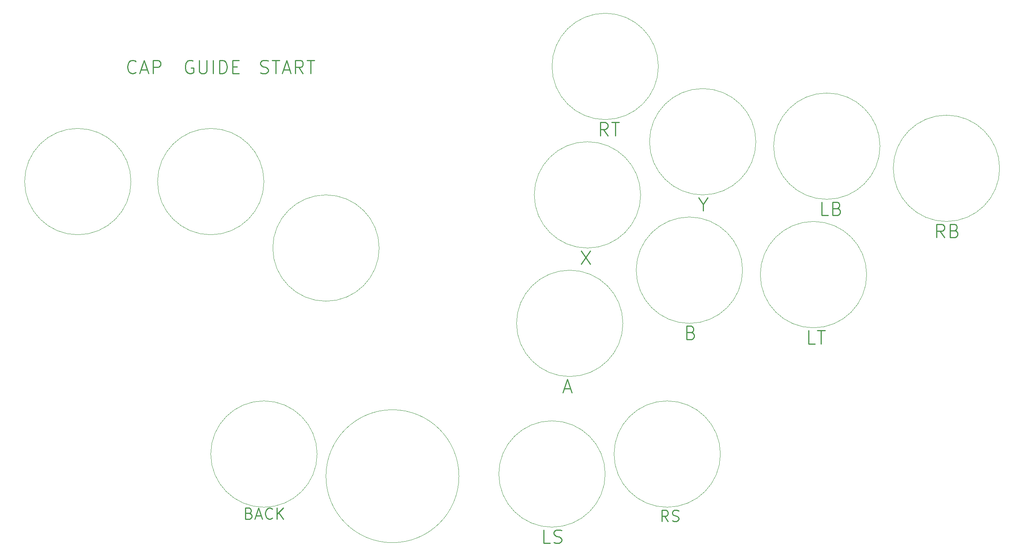
<source format=gbr>
%TF.GenerationSoftware,KiCad,Pcbnew,8.0.4*%
%TF.CreationDate,2024-08-25T10:48:18+09:00*%
%TF.ProjectId,StickLess,53746963-6b4c-4657-9373-2e6b69636164,rev?*%
%TF.SameCoordinates,Original*%
%TF.FileFunction,Legend,Top*%
%TF.FilePolarity,Positive*%
%FSLAX46Y46*%
G04 Gerber Fmt 4.6, Leading zero omitted, Abs format (unit mm)*
G04 Created by KiCad (PCBNEW 8.0.4) date 2024-08-25 10:48:18*
%MOMM*%
%LPD*%
G01*
G04 APERTURE LIST*
%ADD10C,0.250000*%
%ADD11C,0.100000*%
G04 APERTURE END LIST*
D10*
X213807330Y-61119857D02*
X212378758Y-61119857D01*
X212378758Y-61119857D02*
X212378758Y-58119857D01*
X215807329Y-59548428D02*
X216235901Y-59691285D01*
X216235901Y-59691285D02*
X216378758Y-59834142D01*
X216378758Y-59834142D02*
X216521615Y-60119857D01*
X216521615Y-60119857D02*
X216521615Y-60548428D01*
X216521615Y-60548428D02*
X216378758Y-60834142D01*
X216378758Y-60834142D02*
X216235901Y-60977000D01*
X216235901Y-60977000D02*
X215950186Y-61119857D01*
X215950186Y-61119857D02*
X214807329Y-61119857D01*
X214807329Y-61119857D02*
X214807329Y-58119857D01*
X214807329Y-58119857D02*
X215807329Y-58119857D01*
X215807329Y-58119857D02*
X216093044Y-58262714D01*
X216093044Y-58262714D02*
X216235901Y-58405571D01*
X216235901Y-58405571D02*
X216378758Y-58691285D01*
X216378758Y-58691285D02*
X216378758Y-58977000D01*
X216378758Y-58977000D02*
X216235901Y-59262714D01*
X216235901Y-59262714D02*
X216093044Y-59405571D01*
X216093044Y-59405571D02*
X215807329Y-59548428D01*
X215807329Y-59548428D02*
X214807329Y-59548428D01*
X182878758Y-87548428D02*
X183307330Y-87691285D01*
X183307330Y-87691285D02*
X183450187Y-87834142D01*
X183450187Y-87834142D02*
X183593044Y-88119857D01*
X183593044Y-88119857D02*
X183593044Y-88548428D01*
X183593044Y-88548428D02*
X183450187Y-88834142D01*
X183450187Y-88834142D02*
X183307330Y-88977000D01*
X183307330Y-88977000D02*
X183021615Y-89119857D01*
X183021615Y-89119857D02*
X181878758Y-89119857D01*
X181878758Y-89119857D02*
X181878758Y-86119857D01*
X181878758Y-86119857D02*
X182878758Y-86119857D01*
X182878758Y-86119857D02*
X183164473Y-86262714D01*
X183164473Y-86262714D02*
X183307330Y-86405571D01*
X183307330Y-86405571D02*
X183450187Y-86691285D01*
X183450187Y-86691285D02*
X183450187Y-86977000D01*
X183450187Y-86977000D02*
X183307330Y-87262714D01*
X183307330Y-87262714D02*
X183164473Y-87405571D01*
X183164473Y-87405571D02*
X182878758Y-87548428D01*
X182878758Y-87548428D02*
X181878758Y-87548428D01*
X158093044Y-69119857D02*
X160093044Y-72119857D01*
X160093044Y-69119857D02*
X158093044Y-72119857D01*
X151089473Y-135119857D02*
X149660901Y-135119857D01*
X149660901Y-135119857D02*
X149660901Y-132119857D01*
X151946615Y-134977000D02*
X152375187Y-135119857D01*
X152375187Y-135119857D02*
X153089472Y-135119857D01*
X153089472Y-135119857D02*
X153375187Y-134977000D01*
X153375187Y-134977000D02*
X153518044Y-134834142D01*
X153518044Y-134834142D02*
X153660901Y-134548428D01*
X153660901Y-134548428D02*
X153660901Y-134262714D01*
X153660901Y-134262714D02*
X153518044Y-133977000D01*
X153518044Y-133977000D02*
X153375187Y-133834142D01*
X153375187Y-133834142D02*
X153089472Y-133691285D01*
X153089472Y-133691285D02*
X152518044Y-133548428D01*
X152518044Y-133548428D02*
X152232329Y-133405571D01*
X152232329Y-133405571D02*
X152089472Y-133262714D01*
X152089472Y-133262714D02*
X151946615Y-132977000D01*
X151946615Y-132977000D02*
X151946615Y-132691285D01*
X151946615Y-132691285D02*
X152089472Y-132405571D01*
X152089472Y-132405571D02*
X152232329Y-132262714D01*
X152232329Y-132262714D02*
X152518044Y-132119857D01*
X152518044Y-132119857D02*
X153232329Y-132119857D01*
X153232329Y-132119857D02*
X153660901Y-132262714D01*
X85735901Y-28977000D02*
X86164473Y-29119857D01*
X86164473Y-29119857D02*
X86878758Y-29119857D01*
X86878758Y-29119857D02*
X87164473Y-28977000D01*
X87164473Y-28977000D02*
X87307330Y-28834142D01*
X87307330Y-28834142D02*
X87450187Y-28548428D01*
X87450187Y-28548428D02*
X87450187Y-28262714D01*
X87450187Y-28262714D02*
X87307330Y-27977000D01*
X87307330Y-27977000D02*
X87164473Y-27834142D01*
X87164473Y-27834142D02*
X86878758Y-27691285D01*
X86878758Y-27691285D02*
X86307330Y-27548428D01*
X86307330Y-27548428D02*
X86021615Y-27405571D01*
X86021615Y-27405571D02*
X85878758Y-27262714D01*
X85878758Y-27262714D02*
X85735901Y-26977000D01*
X85735901Y-26977000D02*
X85735901Y-26691285D01*
X85735901Y-26691285D02*
X85878758Y-26405571D01*
X85878758Y-26405571D02*
X86021615Y-26262714D01*
X86021615Y-26262714D02*
X86307330Y-26119857D01*
X86307330Y-26119857D02*
X87021615Y-26119857D01*
X87021615Y-26119857D02*
X87450187Y-26262714D01*
X88307330Y-26119857D02*
X90021616Y-26119857D01*
X89164473Y-29119857D02*
X89164473Y-26119857D01*
X90878758Y-28262714D02*
X92307330Y-28262714D01*
X90593044Y-29119857D02*
X91593044Y-26119857D01*
X91593044Y-26119857D02*
X92593044Y-29119857D01*
X95307330Y-29119857D02*
X94307330Y-27691285D01*
X93593044Y-29119857D02*
X93593044Y-26119857D01*
X93593044Y-26119857D02*
X94735901Y-26119857D01*
X94735901Y-26119857D02*
X95021616Y-26262714D01*
X95021616Y-26262714D02*
X95164473Y-26405571D01*
X95164473Y-26405571D02*
X95307330Y-26691285D01*
X95307330Y-26691285D02*
X95307330Y-27119857D01*
X95307330Y-27119857D02*
X95164473Y-27405571D01*
X95164473Y-27405571D02*
X95021616Y-27548428D01*
X95021616Y-27548428D02*
X94735901Y-27691285D01*
X94735901Y-27691285D02*
X93593044Y-27691285D01*
X96164473Y-26119857D02*
X97878759Y-26119857D01*
X97021616Y-29119857D02*
X97021616Y-26119857D01*
X57593044Y-28834142D02*
X57450187Y-28977000D01*
X57450187Y-28977000D02*
X57021615Y-29119857D01*
X57021615Y-29119857D02*
X56735901Y-29119857D01*
X56735901Y-29119857D02*
X56307330Y-28977000D01*
X56307330Y-28977000D02*
X56021615Y-28691285D01*
X56021615Y-28691285D02*
X55878758Y-28405571D01*
X55878758Y-28405571D02*
X55735901Y-27834142D01*
X55735901Y-27834142D02*
X55735901Y-27405571D01*
X55735901Y-27405571D02*
X55878758Y-26834142D01*
X55878758Y-26834142D02*
X56021615Y-26548428D01*
X56021615Y-26548428D02*
X56307330Y-26262714D01*
X56307330Y-26262714D02*
X56735901Y-26119857D01*
X56735901Y-26119857D02*
X57021615Y-26119857D01*
X57021615Y-26119857D02*
X57450187Y-26262714D01*
X57450187Y-26262714D02*
X57593044Y-26405571D01*
X58735901Y-28262714D02*
X60164473Y-28262714D01*
X58450187Y-29119857D02*
X59450187Y-26119857D01*
X59450187Y-26119857D02*
X60450187Y-29119857D01*
X61450187Y-29119857D02*
X61450187Y-26119857D01*
X61450187Y-26119857D02*
X62593044Y-26119857D01*
X62593044Y-26119857D02*
X62878759Y-26262714D01*
X62878759Y-26262714D02*
X63021616Y-26405571D01*
X63021616Y-26405571D02*
X63164473Y-26691285D01*
X63164473Y-26691285D02*
X63164473Y-27119857D01*
X63164473Y-27119857D02*
X63021616Y-27405571D01*
X63021616Y-27405571D02*
X62878759Y-27548428D01*
X62878759Y-27548428D02*
X62593044Y-27691285D01*
X62593044Y-27691285D02*
X61450187Y-27691285D01*
X185589473Y-58691285D02*
X185589473Y-60119857D01*
X184589473Y-57119857D02*
X185589473Y-58691285D01*
X185589473Y-58691285D02*
X186589473Y-57119857D01*
X177688282Y-130181047D02*
X176854949Y-128990571D01*
X176259711Y-130181047D02*
X176259711Y-127681047D01*
X176259711Y-127681047D02*
X177212092Y-127681047D01*
X177212092Y-127681047D02*
X177450187Y-127800095D01*
X177450187Y-127800095D02*
X177569234Y-127919142D01*
X177569234Y-127919142D02*
X177688282Y-128157238D01*
X177688282Y-128157238D02*
X177688282Y-128514380D01*
X177688282Y-128514380D02*
X177569234Y-128752476D01*
X177569234Y-128752476D02*
X177450187Y-128871523D01*
X177450187Y-128871523D02*
X177212092Y-128990571D01*
X177212092Y-128990571D02*
X176259711Y-128990571D01*
X178640663Y-130062000D02*
X178997806Y-130181047D01*
X178997806Y-130181047D02*
X179593044Y-130181047D01*
X179593044Y-130181047D02*
X179831139Y-130062000D01*
X179831139Y-130062000D02*
X179950187Y-129942952D01*
X179950187Y-129942952D02*
X180069234Y-129704857D01*
X180069234Y-129704857D02*
X180069234Y-129466761D01*
X180069234Y-129466761D02*
X179950187Y-129228666D01*
X179950187Y-129228666D02*
X179831139Y-129109619D01*
X179831139Y-129109619D02*
X179593044Y-128990571D01*
X179593044Y-128990571D02*
X179116853Y-128871523D01*
X179116853Y-128871523D02*
X178878758Y-128752476D01*
X178878758Y-128752476D02*
X178759711Y-128633428D01*
X178759711Y-128633428D02*
X178640663Y-128395333D01*
X178640663Y-128395333D02*
X178640663Y-128157238D01*
X178640663Y-128157238D02*
X178759711Y-127919142D01*
X178759711Y-127919142D02*
X178878758Y-127800095D01*
X178878758Y-127800095D02*
X179116853Y-127681047D01*
X179116853Y-127681047D02*
X179712092Y-127681047D01*
X179712092Y-127681047D02*
X180069234Y-127800095D01*
X83146616Y-128371523D02*
X83503759Y-128490571D01*
X83503759Y-128490571D02*
X83622806Y-128609619D01*
X83622806Y-128609619D02*
X83741854Y-128847714D01*
X83741854Y-128847714D02*
X83741854Y-129204857D01*
X83741854Y-129204857D02*
X83622806Y-129442952D01*
X83622806Y-129442952D02*
X83503759Y-129562000D01*
X83503759Y-129562000D02*
X83265664Y-129681047D01*
X83265664Y-129681047D02*
X82313283Y-129681047D01*
X82313283Y-129681047D02*
X82313283Y-127181047D01*
X82313283Y-127181047D02*
X83146616Y-127181047D01*
X83146616Y-127181047D02*
X83384711Y-127300095D01*
X83384711Y-127300095D02*
X83503759Y-127419142D01*
X83503759Y-127419142D02*
X83622806Y-127657238D01*
X83622806Y-127657238D02*
X83622806Y-127895333D01*
X83622806Y-127895333D02*
X83503759Y-128133428D01*
X83503759Y-128133428D02*
X83384711Y-128252476D01*
X83384711Y-128252476D02*
X83146616Y-128371523D01*
X83146616Y-128371523D02*
X82313283Y-128371523D01*
X84694235Y-128966761D02*
X85884711Y-128966761D01*
X84456140Y-129681047D02*
X85289473Y-127181047D01*
X85289473Y-127181047D02*
X86122806Y-129681047D01*
X88384711Y-129442952D02*
X88265663Y-129562000D01*
X88265663Y-129562000D02*
X87908521Y-129681047D01*
X87908521Y-129681047D02*
X87670425Y-129681047D01*
X87670425Y-129681047D02*
X87313282Y-129562000D01*
X87313282Y-129562000D02*
X87075187Y-129323904D01*
X87075187Y-129323904D02*
X86956140Y-129085809D01*
X86956140Y-129085809D02*
X86837092Y-128609619D01*
X86837092Y-128609619D02*
X86837092Y-128252476D01*
X86837092Y-128252476D02*
X86956140Y-127776285D01*
X86956140Y-127776285D02*
X87075187Y-127538190D01*
X87075187Y-127538190D02*
X87313282Y-127300095D01*
X87313282Y-127300095D02*
X87670425Y-127181047D01*
X87670425Y-127181047D02*
X87908521Y-127181047D01*
X87908521Y-127181047D02*
X88265663Y-127300095D01*
X88265663Y-127300095D02*
X88384711Y-127419142D01*
X89456140Y-129681047D02*
X89456140Y-127181047D01*
X90884711Y-129681047D02*
X89813282Y-128252476D01*
X90884711Y-127181047D02*
X89456140Y-128609619D01*
X210807330Y-90119857D02*
X209378758Y-90119857D01*
X209378758Y-90119857D02*
X209378758Y-87119857D01*
X211378758Y-87119857D02*
X213093044Y-87119857D01*
X212235901Y-90119857D02*
X212235901Y-87119857D01*
X70450187Y-26262714D02*
X70164473Y-26119857D01*
X70164473Y-26119857D02*
X69735901Y-26119857D01*
X69735901Y-26119857D02*
X69307330Y-26262714D01*
X69307330Y-26262714D02*
X69021615Y-26548428D01*
X69021615Y-26548428D02*
X68878758Y-26834142D01*
X68878758Y-26834142D02*
X68735901Y-27405571D01*
X68735901Y-27405571D02*
X68735901Y-27834142D01*
X68735901Y-27834142D02*
X68878758Y-28405571D01*
X68878758Y-28405571D02*
X69021615Y-28691285D01*
X69021615Y-28691285D02*
X69307330Y-28977000D01*
X69307330Y-28977000D02*
X69735901Y-29119857D01*
X69735901Y-29119857D02*
X70021615Y-29119857D01*
X70021615Y-29119857D02*
X70450187Y-28977000D01*
X70450187Y-28977000D02*
X70593044Y-28834142D01*
X70593044Y-28834142D02*
X70593044Y-27834142D01*
X70593044Y-27834142D02*
X70021615Y-27834142D01*
X71878758Y-26119857D02*
X71878758Y-28548428D01*
X71878758Y-28548428D02*
X72021615Y-28834142D01*
X72021615Y-28834142D02*
X72164473Y-28977000D01*
X72164473Y-28977000D02*
X72450187Y-29119857D01*
X72450187Y-29119857D02*
X73021615Y-29119857D01*
X73021615Y-29119857D02*
X73307330Y-28977000D01*
X73307330Y-28977000D02*
X73450187Y-28834142D01*
X73450187Y-28834142D02*
X73593044Y-28548428D01*
X73593044Y-28548428D02*
X73593044Y-26119857D01*
X75021615Y-29119857D02*
X75021615Y-26119857D01*
X76450186Y-29119857D02*
X76450186Y-26119857D01*
X76450186Y-26119857D02*
X77164472Y-26119857D01*
X77164472Y-26119857D02*
X77593043Y-26262714D01*
X77593043Y-26262714D02*
X77878758Y-26548428D01*
X77878758Y-26548428D02*
X78021615Y-26834142D01*
X78021615Y-26834142D02*
X78164472Y-27405571D01*
X78164472Y-27405571D02*
X78164472Y-27834142D01*
X78164472Y-27834142D02*
X78021615Y-28405571D01*
X78021615Y-28405571D02*
X77878758Y-28691285D01*
X77878758Y-28691285D02*
X77593043Y-28977000D01*
X77593043Y-28977000D02*
X77164472Y-29119857D01*
X77164472Y-29119857D02*
X76450186Y-29119857D01*
X79450186Y-27548428D02*
X80450186Y-27548428D01*
X80878758Y-29119857D02*
X79450186Y-29119857D01*
X79450186Y-29119857D02*
X79450186Y-26119857D01*
X79450186Y-26119857D02*
X80878758Y-26119857D01*
X154235901Y-100262714D02*
X155664473Y-100262714D01*
X153950187Y-101119857D02*
X154950187Y-98119857D01*
X154950187Y-98119857D02*
X155950187Y-101119857D01*
X240018044Y-66119857D02*
X239018044Y-64691285D01*
X238303758Y-66119857D02*
X238303758Y-63119857D01*
X238303758Y-63119857D02*
X239446615Y-63119857D01*
X239446615Y-63119857D02*
X239732330Y-63262714D01*
X239732330Y-63262714D02*
X239875187Y-63405571D01*
X239875187Y-63405571D02*
X240018044Y-63691285D01*
X240018044Y-63691285D02*
X240018044Y-64119857D01*
X240018044Y-64119857D02*
X239875187Y-64405571D01*
X239875187Y-64405571D02*
X239732330Y-64548428D01*
X239732330Y-64548428D02*
X239446615Y-64691285D01*
X239446615Y-64691285D02*
X238303758Y-64691285D01*
X242303758Y-64548428D02*
X242732330Y-64691285D01*
X242732330Y-64691285D02*
X242875187Y-64834142D01*
X242875187Y-64834142D02*
X243018044Y-65119857D01*
X243018044Y-65119857D02*
X243018044Y-65548428D01*
X243018044Y-65548428D02*
X242875187Y-65834142D01*
X242875187Y-65834142D02*
X242732330Y-65977000D01*
X242732330Y-65977000D02*
X242446615Y-66119857D01*
X242446615Y-66119857D02*
X241303758Y-66119857D01*
X241303758Y-66119857D02*
X241303758Y-63119857D01*
X241303758Y-63119857D02*
X242303758Y-63119857D01*
X242303758Y-63119857D02*
X242589473Y-63262714D01*
X242589473Y-63262714D02*
X242732330Y-63405571D01*
X242732330Y-63405571D02*
X242875187Y-63691285D01*
X242875187Y-63691285D02*
X242875187Y-63977000D01*
X242875187Y-63977000D02*
X242732330Y-64262714D01*
X242732330Y-64262714D02*
X242589473Y-64405571D01*
X242589473Y-64405571D02*
X242303758Y-64548428D01*
X242303758Y-64548428D02*
X241303758Y-64548428D01*
X164093044Y-43119857D02*
X163093044Y-41691285D01*
X162378758Y-43119857D02*
X162378758Y-40119857D01*
X162378758Y-40119857D02*
X163521615Y-40119857D01*
X163521615Y-40119857D02*
X163807330Y-40262714D01*
X163807330Y-40262714D02*
X163950187Y-40405571D01*
X163950187Y-40405571D02*
X164093044Y-40691285D01*
X164093044Y-40691285D02*
X164093044Y-41119857D01*
X164093044Y-41119857D02*
X163950187Y-41405571D01*
X163950187Y-41405571D02*
X163807330Y-41548428D01*
X163807330Y-41548428D02*
X163521615Y-41691285D01*
X163521615Y-41691285D02*
X162378758Y-41691285D01*
X164950187Y-40119857D02*
X166664473Y-40119857D01*
X165807330Y-43119857D02*
X165807330Y-40119857D01*
D11*
%TO.C,B1(A)1*%
X167500000Y-85500000D02*
G75*
G02*
X143500000Y-85500000I-12000000J0D01*
G01*
X143500000Y-85500000D02*
G75*
G02*
X167500000Y-85500000I12000000J0D01*
G01*
%TO.C,LEFT1*%
X56500000Y-53500000D02*
G75*
G02*
X32500000Y-53500000I-12000000J0D01*
G01*
X32500000Y-53500000D02*
G75*
G02*
X56500000Y-53500000I12000000J0D01*
G01*
%TO.C,RIGHT1*%
X112500000Y-68500000D02*
G75*
G02*
X88500000Y-68500000I-12000000J0D01*
G01*
X88500000Y-68500000D02*
G75*
G02*
X112500000Y-68500000I12000000J0D01*
G01*
%TO.C,L1(L)1*%
X222500000Y-74500000D02*
G75*
G02*
X198500000Y-74500000I-12000000J0D01*
G01*
X198500000Y-74500000D02*
G75*
G02*
X222500000Y-74500000I12000000J0D01*
G01*
%TO.C,B2(B)1*%
X194500000Y-73500000D02*
G75*
G02*
X170500000Y-73500000I-12000000J0D01*
G01*
X170500000Y-73500000D02*
G75*
G02*
X194500000Y-73500000I12000000J0D01*
G01*
%TO.C,L2(LB)1*%
X225510000Y-45500000D02*
G75*
G02*
X201510000Y-45500000I-12000000J0D01*
G01*
X201510000Y-45500000D02*
G75*
G02*
X225510000Y-45500000I12000000J0D01*
G01*
%TO.C,DOWN1*%
X86500000Y-53500000D02*
G75*
G02*
X62500000Y-53500000I-12000000J0D01*
G01*
X62500000Y-53500000D02*
G75*
G02*
X86500000Y-53500000I12000000J0D01*
G01*
%TO.C,S1(BACK)1*%
X98500000Y-115000000D02*
G75*
G02*
X74500000Y-115000000I-12000000J0D01*
G01*
X74500000Y-115000000D02*
G75*
G02*
X98500000Y-115000000I12000000J0D01*
G01*
%TO.C,B4(Y)1*%
X197500000Y-44500000D02*
G75*
G02*
X173500000Y-44500000I-12000000J0D01*
G01*
X173500000Y-44500000D02*
G75*
G02*
X197500000Y-44500000I12000000J0D01*
G01*
%TO.C,UP1*%
X130500000Y-120000000D02*
G75*
G02*
X100500000Y-120000000I-15000000J0D01*
G01*
X100500000Y-120000000D02*
G75*
G02*
X130500000Y-120000000I15000000J0D01*
G01*
%TO.C,R3(RS)1*%
X189500000Y-115000000D02*
G75*
G02*
X165500000Y-115000000I-12000000J0D01*
G01*
X165500000Y-115000000D02*
G75*
G02*
X189500000Y-115000000I12000000J0D01*
G01*
%TO.C,R1(R)1*%
X175500000Y-27500000D02*
G75*
G02*
X151500000Y-27500000I-12000000J0D01*
G01*
X151500000Y-27500000D02*
G75*
G02*
X175500000Y-27500000I12000000J0D01*
G01*
%TO.C,L3(LS)1*%
X163500000Y-119500000D02*
G75*
G02*
X139500000Y-119500000I-12000000J0D01*
G01*
X139500000Y-119500000D02*
G75*
G02*
X163500000Y-119500000I12000000J0D01*
G01*
%TO.C,R2(RB)1*%
X252500000Y-50500000D02*
G75*
G02*
X228500000Y-50500000I-12000000J0D01*
G01*
X228500000Y-50500000D02*
G75*
G02*
X252500000Y-50500000I12000000J0D01*
G01*
%TO.C,B3(X)1*%
X171500000Y-56500000D02*
G75*
G02*
X147500000Y-56500000I-12000000J0D01*
G01*
X147500000Y-56500000D02*
G75*
G02*
X171500000Y-56500000I12000000J0D01*
G01*
%TD*%
M02*

</source>
